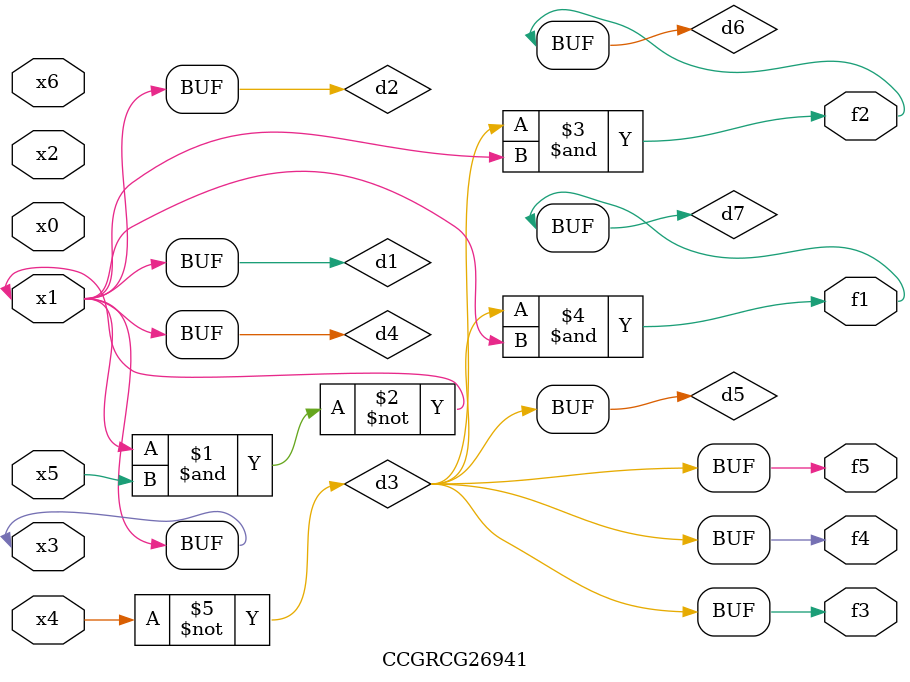
<source format=v>
module CCGRCG26941(
	input x0, x1, x2, x3, x4, x5, x6,
	output f1, f2, f3, f4, f5
);

	wire d1, d2, d3, d4, d5, d6, d7;

	buf (d1, x1, x3);
	nand (d2, x1, x5);
	not (d3, x4);
	buf (d4, d1, d2);
	buf (d5, d3);
	and (d6, d3, d4);
	and (d7, d3, d4);
	assign f1 = d7;
	assign f2 = d6;
	assign f3 = d5;
	assign f4 = d5;
	assign f5 = d5;
endmodule

</source>
